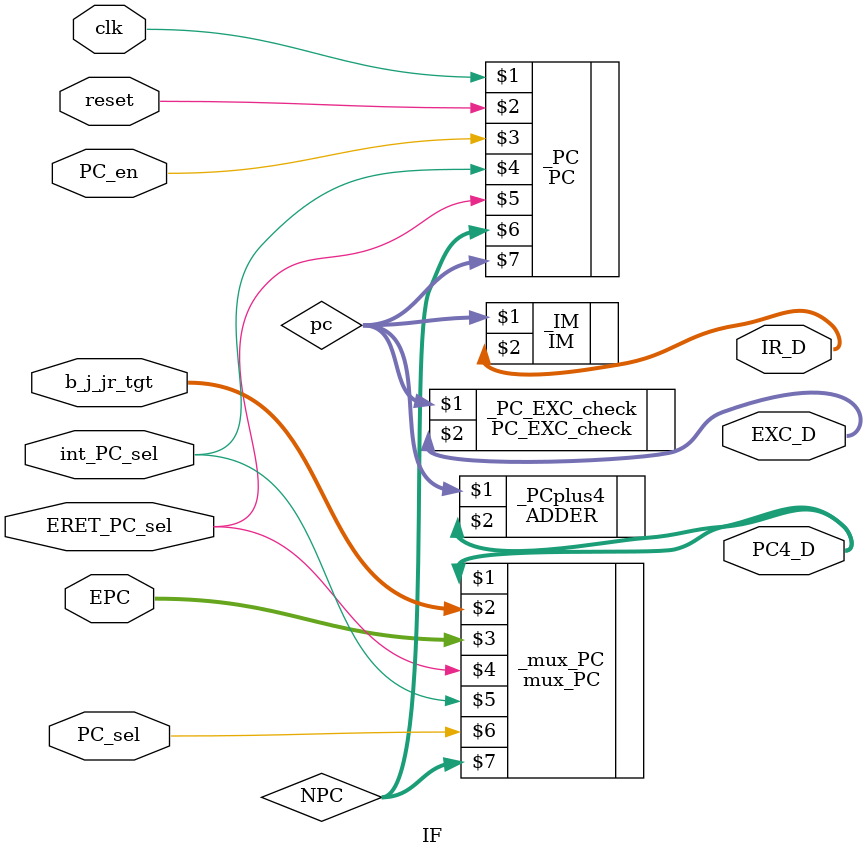
<source format=v>
`timescale 1ns / 1ps
`define F 31:0
`define ExcCode 6:2
module IF(input clk,reset,PC_en,PC_sel,int_PC_sel, ERET_PC_sel,
			 input [`F] b_j_jr_tgt, EPC,
			 output[`F] IR_D,PC4_D,
			 output[`ExcCode] EXC_D);
	 
	 wire[`F] NPC, pc;
	 mux_PC _mux_PC(PC4_D, b_j_jr_tgt, EPC, ERET_PC_sel, int_PC_sel, PC_sel, NPC);
	 PC _PC(clk, reset, PC_en, int_PC_sel, ERET_PC_sel, NPC, pc);
	 ADDER _PCplus4(pc, PC4_D);
	 IM _IM(pc, IR_D);
	 PC_EXC_check _PC_EXC_check(pc, EXC_D);
endmodule

</source>
